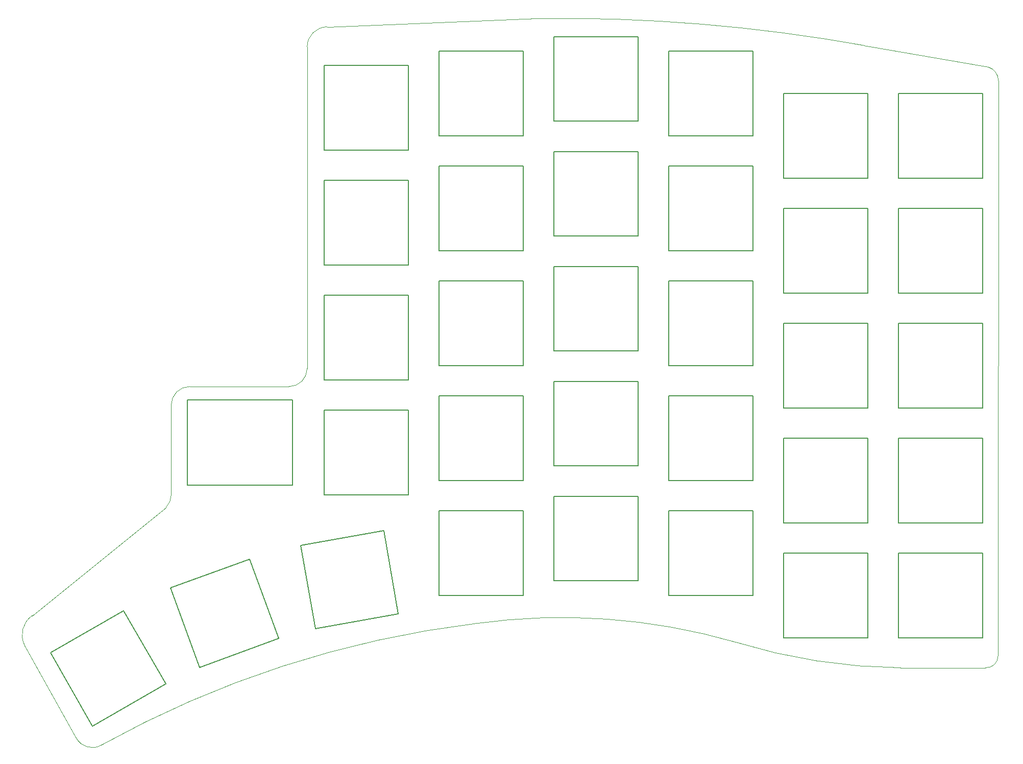
<source format=gbr>
G04 #@! TF.GenerationSoftware,KiCad,Pcbnew,7.0.9*
G04 #@! TF.CreationDate,2024-01-08T22:46:21+03:00*
G04 #@! TF.ProjectId,SofleKeyboardTopPlate,536f666c-654b-4657-9962-6f617264546f,rev?*
G04 #@! TF.SameCoordinates,Original*
G04 #@! TF.FileFunction,Profile,NP*
%FSLAX46Y46*%
G04 Gerber Fmt 4.6, Leading zero omitted, Abs format (unit mm)*
G04 Created by KiCad (PCBNEW 7.0.9) date 2024-01-08 22:46:21*
%MOMM*%
%LPD*%
G01*
G04 APERTURE LIST*
G04 #@! TA.AperFunction,Profile*
%ADD10C,0.100000*%
G04 #@! TD*
G04 #@! TA.AperFunction,Profile*
%ADD11C,0.150000*%
G04 #@! TD*
G04 APERTURE END LIST*
D10*
X134487067Y-133781271D02*
G75*
G03*
X72355458Y-153943446I20446633J-168821429D01*
G01*
X218941007Y-141129370D02*
X204914393Y-141129370D01*
X198788662Y-37944390D02*
G75*
G03*
X144637779Y-33473475I-50447762J-280845710D01*
G01*
X103462661Y-94514913D02*
G75*
G03*
X106476213Y-91501434I39J3013513D01*
G01*
D11*
X128338553Y-38923258D02*
X142338553Y-38923258D01*
X142338553Y-52923258D01*
X128338553Y-52923258D01*
X128338553Y-38923258D01*
X204537276Y-103073821D02*
X218537276Y-103073821D01*
X218537276Y-117073821D01*
X204537276Y-117073821D01*
X204537276Y-103073821D01*
X147387137Y-74573796D02*
X161387137Y-74573796D01*
X161387137Y-88573796D01*
X147387137Y-88573796D01*
X147387137Y-74573796D01*
D10*
X109811915Y-34864883D02*
G75*
G03*
X106481583Y-38195164I-15J-3330317D01*
G01*
D11*
X147387137Y-55523796D02*
X161387137Y-55523796D01*
X161387137Y-69523796D01*
X147387137Y-69523796D01*
X147387137Y-55523796D01*
X128338553Y-115123258D02*
X142338553Y-115123258D01*
X142338553Y-129123258D01*
X128338553Y-129123258D01*
X128338553Y-115123258D01*
X147387137Y-112673796D02*
X161387137Y-112673796D01*
X161387137Y-126673796D01*
X147387137Y-126673796D01*
X147387137Y-112673796D01*
X128338600Y-57973260D02*
X142337100Y-57973260D01*
X142337100Y-71972413D01*
X128338600Y-71972413D01*
X128338600Y-57973260D01*
X101759707Y-136270711D02*
X88604010Y-141058993D01*
X83815728Y-127903296D01*
X96971425Y-123115014D01*
X101759707Y-136270711D01*
D10*
X144637779Y-33473475D02*
X109811915Y-34864832D01*
D11*
X166437251Y-77023340D02*
X180437251Y-77023340D01*
X180437251Y-91023340D01*
X166437251Y-91023340D01*
X166437251Y-77023340D01*
X185488413Y-84023532D02*
X199488413Y-84023532D01*
X199488413Y-98023532D01*
X185488413Y-98023532D01*
X185488413Y-84023532D01*
X204537276Y-84023821D02*
X218537276Y-84023821D01*
X218537276Y-98023821D01*
X204537276Y-98023821D01*
X204537276Y-84023821D01*
D10*
X86994087Y-94505931D02*
X103462661Y-94514986D01*
D11*
X166437251Y-96073340D02*
X180437251Y-96073340D01*
X180437251Y-110073340D01*
X166437251Y-110073340D01*
X166437251Y-96073340D01*
X109287830Y-41272809D02*
X123287830Y-41272809D01*
X123287830Y-55272809D01*
X109287830Y-55272809D01*
X109287830Y-41272809D01*
X109287974Y-60323464D02*
X123287974Y-60323464D01*
X123287974Y-74323464D01*
X109287974Y-74323464D01*
X109287974Y-60323464D01*
X128338553Y-77023258D02*
X142338553Y-77023258D01*
X142338553Y-91023258D01*
X128338553Y-91023258D01*
X128338553Y-77023258D01*
X185488413Y-103073532D02*
X199488413Y-103073532D01*
X199488413Y-117073532D01*
X185488413Y-117073532D01*
X185488413Y-103073532D01*
X204537276Y-122123821D02*
X218537276Y-122123821D01*
X218537276Y-136123821D01*
X204537276Y-136123821D01*
X204537276Y-122123821D01*
X109287974Y-98423464D02*
X123287974Y-98423464D01*
X123287974Y-112423464D01*
X109287974Y-112423464D01*
X109287974Y-98423464D01*
X86614786Y-96702281D02*
X104093837Y-96702281D01*
X104093837Y-110831688D01*
X86614786Y-110831688D01*
X86614786Y-96702281D01*
X121616161Y-132177470D02*
X107828852Y-134608544D01*
X105397778Y-120821236D01*
X119185087Y-118390161D01*
X121616161Y-132177470D01*
X185488413Y-45923532D02*
X199488413Y-45923532D01*
X199488413Y-59923532D01*
X185488413Y-59923532D01*
X185488413Y-45923532D01*
X128338553Y-96073258D02*
X142338553Y-96073258D01*
X142338553Y-110073258D01*
X128338553Y-110073258D01*
X128338553Y-96073258D01*
X166437251Y-115123340D02*
X180437251Y-115123340D01*
X180437251Y-129123340D01*
X166437251Y-129123340D01*
X166437251Y-115123340D01*
X204537276Y-64973821D02*
X218537276Y-64973821D01*
X218537276Y-78973821D01*
X204537276Y-78973821D01*
X204537276Y-64973821D01*
D10*
X83937779Y-112423475D02*
X83931215Y-97568803D01*
D11*
X185488413Y-122123532D02*
X199488413Y-122123532D01*
X199488413Y-136123532D01*
X185488413Y-136123532D01*
X185488413Y-122123532D01*
D10*
X60879026Y-132483918D02*
G75*
G03*
X59629038Y-137412201I2166574J-3172182D01*
G01*
D11*
X166437251Y-57973340D02*
X180437251Y-57973340D01*
X180437251Y-71973340D01*
X166437251Y-71973340D01*
X166437251Y-57973340D01*
X185488413Y-64973532D02*
X199488413Y-64973532D01*
X199488413Y-78973532D01*
X185488413Y-78973532D01*
X185488413Y-64973532D01*
D10*
X177437779Y-136851423D02*
G75*
G03*
X134487067Y-133781271I-28692419J-99429947D01*
G01*
X83059107Y-114544803D02*
G75*
G03*
X83937779Y-112423475I-2121307J2121303D01*
G01*
D11*
X109287974Y-79373464D02*
X123287974Y-79373464D01*
X123287974Y-93373464D01*
X109287974Y-93373464D01*
X109287974Y-79373464D01*
D10*
X60879036Y-132483932D02*
X83059099Y-114544795D01*
D11*
X204537276Y-45923821D02*
X218537276Y-45923821D01*
X218537276Y-59923821D01*
X204537276Y-59923821D01*
X204537276Y-45923821D01*
X147387137Y-36473796D02*
X161387137Y-36473796D01*
X161387137Y-50473796D01*
X147387137Y-50473796D01*
X147387137Y-36473796D01*
D10*
X68183866Y-152761346D02*
X59629038Y-137412201D01*
X221137779Y-43823475D02*
X221087779Y-139073475D01*
X219437779Y-41523475D02*
X198788663Y-37944384D01*
X218941003Y-141129431D02*
G75*
G03*
X221087779Y-139073475I146097J1996231D01*
G01*
D11*
X83023807Y-143777759D02*
X70899451Y-150777759D01*
X63899451Y-138653403D01*
X76023807Y-131653403D01*
X83023807Y-143777759D01*
D10*
X106476213Y-91501434D02*
X106481583Y-38195164D01*
D11*
X166437251Y-38923340D02*
X180437251Y-38923340D01*
X180437251Y-52923340D01*
X166437251Y-52923340D01*
X166437251Y-38923340D01*
D10*
X221137805Y-43823475D02*
G75*
G03*
X219437779Y-41523475I-2405905J-25D01*
G01*
X86994087Y-94505915D02*
G75*
G03*
X83931215Y-97568803I13J-3062885D01*
G01*
D11*
X147387137Y-93623796D02*
X161387137Y-93623796D01*
X161387137Y-107623796D01*
X147387137Y-107623796D01*
X147387137Y-93623796D01*
D10*
X68183893Y-152761332D02*
G75*
G03*
X72355460Y-153943447I2650007J1400032D01*
G01*
X177437783Y-136851411D02*
G75*
G03*
X204914393Y-141129369I28421717J92170111D01*
G01*
M02*

</source>
